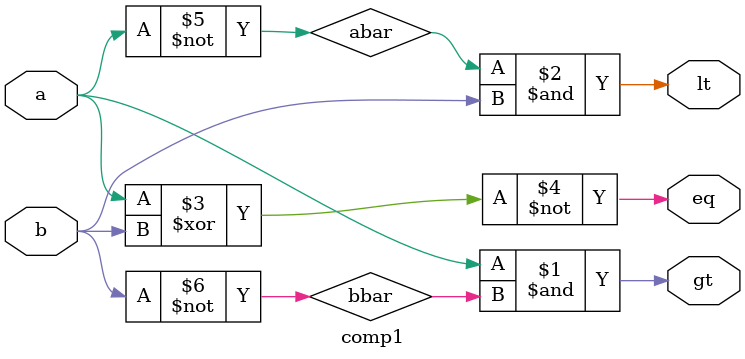
<source format=v>
module comp1 (gt,eq,lt,a,b);
input a,b;
output gt,eq,lt;

wire abar, bbar; 

not G1 (abar, a);
not G2 (bbar, b);     
and G3 (gt, a, bbar);
and G4 (lt, abar, b); 
xnor G5 (eq, a, b);   

endmodule
</source>
